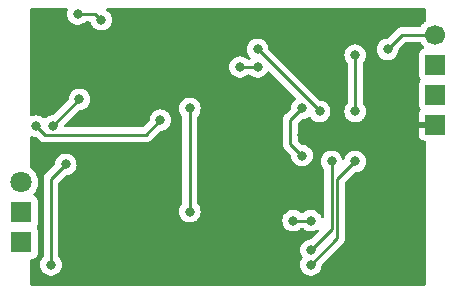
<source format=gbr>
%TF.GenerationSoftware,KiCad,Pcbnew,(6.0.7)*%
%TF.CreationDate,2023-04-11T10:27:19+03:00*%
%TF.ProjectId,ITR-3,4954522d-332e-46b6-9963-61645f706362,rev?*%
%TF.SameCoordinates,Original*%
%TF.FileFunction,Copper,L2,Bot*%
%TF.FilePolarity,Positive*%
%FSLAX46Y46*%
G04 Gerber Fmt 4.6, Leading zero omitted, Abs format (unit mm)*
G04 Created by KiCad (PCBNEW (6.0.7)) date 2023-04-11 10:27:19*
%MOMM*%
%LPD*%
G01*
G04 APERTURE LIST*
%TA.AperFunction,ComponentPad*%
%ADD10R,1.700000X1.700000*%
%TD*%
%TA.AperFunction,ComponentPad*%
%ADD11C,1.700000*%
%TD*%
%TA.AperFunction,ComponentPad*%
%ADD12C,1.800000*%
%TD*%
%TA.AperFunction,ComponentPad*%
%ADD13R,1.800000X1.800000*%
%TD*%
%TA.AperFunction,ViaPad*%
%ADD14C,0.800000*%
%TD*%
%TA.AperFunction,Conductor*%
%ADD15C,0.250000*%
%TD*%
G04 APERTURE END LIST*
D10*
%TO.P,X1,4,4*%
%TO.N,GND*%
X87500000Y-85620000D03*
%TO.P,X1,3,3*%
%TO.N,/RSA*%
X87500000Y-83080000D03*
%TO.P,X1,2,2*%
%TO.N,/RSB*%
X87500000Y-80540000D03*
D11*
%TO.P,X1,1,1*%
%TO.N,5V*%
X87500000Y-78000000D03*
%TD*%
D12*
%TO.P,XP1,1A*%
%TO.N,/TX-OUT*%
X52500000Y-90500000D03*
D13*
%TO.P,XP1,2A*%
%TO.N,/RSEN*%
X52500000Y-93040000D03*
%TO.P,XP1,3A*%
%TO.N,/RX-IN*%
X52500000Y-95580000D03*
%TD*%
D14*
%TO.N,5V*%
X75500000Y-93750000D03*
X77000000Y-93750000D03*
X72500000Y-80750000D03*
X71000000Y-80750000D03*
%TO.N,AREF*%
X55000000Y-97500000D03*
X56250000Y-89000000D03*
%TO.N,5V*%
X57250000Y-76250000D03*
X83500000Y-79250000D03*
%TO.N,GND*%
X81500000Y-92750000D03*
X83750000Y-89750000D03*
X76250000Y-90750000D03*
X80500000Y-97750000D03*
X78500000Y-82500000D03*
X81000000Y-76750000D03*
X76250000Y-86500000D03*
X53750000Y-76750000D03*
X85000000Y-97750000D03*
X57500000Y-95500000D03*
X57500000Y-89000000D03*
%TO.N,/DA-A*%
X53750000Y-85750000D03*
X64250000Y-85250000D03*
%TO.N,/TX-OUT*%
X55155000Y-85732200D03*
X57405000Y-83482200D03*
%TO.N,Net-(R10-Pad2)*%
X66750000Y-93000000D03*
X66750000Y-84250000D03*
%TO.N,5V*%
X76250000Y-84250000D03*
X59250000Y-76750000D03*
X76250000Y-88250000D03*
%TO.N,Net-(DA2-Pad6)*%
X77000000Y-96250000D03*
X78750000Y-88750000D03*
%TO.N,Net-(DA2-Pad5)*%
X80750000Y-88750000D03*
X77000000Y-97500000D03*
%TO.N,/BUFB*%
X72500000Y-79250000D03*
X77750000Y-84500000D03*
%TO.N,/BUFA*%
X80750000Y-84500000D03*
X80750000Y-79750000D03*
%TD*%
D15*
%TO.N,5V*%
X84750000Y-78000000D02*
X87500000Y-78000000D01*
X84750000Y-78000000D02*
X83500000Y-79250000D01*
X58750000Y-76250000D02*
X59250000Y-76750000D01*
X57250000Y-76250000D02*
X58750000Y-76250000D01*
%TO.N,/BUFB*%
X72500000Y-79250000D02*
X77750000Y-84500000D01*
%TO.N,/BUFA*%
X80750000Y-84500000D02*
X80750000Y-79750000D01*
%TO.N,5V*%
X77000000Y-93750000D02*
X75500000Y-93750000D01*
%TO.N,Net-(DA2-Pad6)*%
X78750000Y-94500000D02*
X77000000Y-96250000D01*
X78750000Y-88750000D02*
X78750000Y-94500000D01*
%TO.N,Net-(DA2-Pad5)*%
X80750000Y-88750000D02*
X79250000Y-90250000D01*
X79250000Y-95250000D02*
X79250000Y-90250000D01*
X77000000Y-97500000D02*
X79250000Y-95250000D01*
%TO.N,5V*%
X76250000Y-84250000D02*
X75250000Y-85250000D01*
X75250000Y-87250000D02*
X75250000Y-85250000D01*
X76250000Y-88250000D02*
X75250000Y-87250000D01*
X72500000Y-80750000D02*
X71000000Y-80750000D01*
%TO.N,AREF*%
X55000000Y-90250000D02*
X55000000Y-97500000D01*
X55750000Y-89500000D02*
X55000000Y-90250000D01*
X56250000Y-89000000D02*
X55750000Y-89500000D01*
%TO.N,/DA-A*%
X63000000Y-86500000D02*
X64250000Y-85250000D01*
X54500000Y-86500000D02*
X63000000Y-86500000D01*
X53750000Y-85750000D02*
X54500000Y-86500000D01*
%TO.N,/TX-OUT*%
X55155000Y-85732200D02*
X57405000Y-83482200D01*
%TO.N,Net-(R10-Pad2)*%
X66750000Y-84250000D02*
X66750000Y-93000000D01*
%TD*%
%TA.AperFunction,Conductor*%
%TO.N,GND*%
G36*
X56351904Y-75770002D02*
G01*
X56398397Y-75823658D01*
X56408501Y-75893932D01*
X56403616Y-75914935D01*
X56356458Y-76060072D01*
X56336496Y-76250000D01*
X56356458Y-76439928D01*
X56415473Y-76621556D01*
X56418776Y-76627278D01*
X56418777Y-76627279D01*
X56445726Y-76673955D01*
X56510960Y-76786944D01*
X56638747Y-76928866D01*
X56793248Y-77041118D01*
X56799276Y-77043802D01*
X56799278Y-77043803D01*
X56959799Y-77115271D01*
X56967712Y-77118794D01*
X57059955Y-77138401D01*
X57148056Y-77157128D01*
X57148061Y-77157128D01*
X57154513Y-77158500D01*
X57345487Y-77158500D01*
X57351939Y-77157128D01*
X57351944Y-77157128D01*
X57440045Y-77138401D01*
X57532288Y-77118794D01*
X57540201Y-77115271D01*
X57700722Y-77043803D01*
X57700724Y-77043802D01*
X57706752Y-77041118D01*
X57784855Y-76984373D01*
X57855061Y-76933365D01*
X57861253Y-76928866D01*
X57865668Y-76923963D01*
X57870580Y-76919540D01*
X57871705Y-76920789D01*
X57925014Y-76887949D01*
X57958200Y-76883500D01*
X58246579Y-76883500D01*
X58314700Y-76903502D01*
X58361193Y-76957158D01*
X58366412Y-76970563D01*
X58415473Y-77121556D01*
X58418776Y-77127278D01*
X58418777Y-77127279D01*
X58436803Y-77158500D01*
X58510960Y-77286944D01*
X58515378Y-77291851D01*
X58515379Y-77291852D01*
X58590225Y-77374977D01*
X58638747Y-77428866D01*
X58699426Y-77472952D01*
X58784178Y-77534528D01*
X58793248Y-77541118D01*
X58799276Y-77543802D01*
X58799278Y-77543803D01*
X58961681Y-77616109D01*
X58967712Y-77618794D01*
X59061113Y-77638647D01*
X59148056Y-77657128D01*
X59148061Y-77657128D01*
X59154513Y-77658500D01*
X59345487Y-77658500D01*
X59351939Y-77657128D01*
X59351944Y-77657128D01*
X59438887Y-77638647D01*
X59532288Y-77618794D01*
X59538319Y-77616109D01*
X59700722Y-77543803D01*
X59700724Y-77543802D01*
X59706752Y-77541118D01*
X59715823Y-77534528D01*
X59800574Y-77472952D01*
X59861253Y-77428866D01*
X59909775Y-77374977D01*
X59984621Y-77291852D01*
X59984622Y-77291851D01*
X59989040Y-77286944D01*
X60063197Y-77158500D01*
X60081223Y-77127279D01*
X60081224Y-77127278D01*
X60084527Y-77121556D01*
X60143542Y-76939928D01*
X60147371Y-76903502D01*
X60162814Y-76756565D01*
X60163504Y-76750000D01*
X60156364Y-76682069D01*
X60144232Y-76566635D01*
X60144232Y-76566633D01*
X60143542Y-76560072D01*
X60084527Y-76378444D01*
X59989040Y-76213056D01*
X59861253Y-76071134D01*
X59732976Y-75977935D01*
X59689623Y-75921714D01*
X59683548Y-75850978D01*
X59716679Y-75788186D01*
X59778499Y-75753274D01*
X59807038Y-75750000D01*
X86624000Y-75750000D01*
X86692121Y-75770002D01*
X86738614Y-75823658D01*
X86750000Y-75876000D01*
X86750000Y-76801273D01*
X86729998Y-76869394D01*
X86699653Y-76902033D01*
X86608380Y-76970563D01*
X86594965Y-76980635D01*
X86591393Y-76984373D01*
X86454829Y-77127279D01*
X86440629Y-77142138D01*
X86437715Y-77146410D01*
X86437714Y-77146411D01*
X86325095Y-77311504D01*
X86270184Y-77356507D01*
X86221007Y-77366500D01*
X84828767Y-77366500D01*
X84817584Y-77365973D01*
X84810091Y-77364298D01*
X84802165Y-77364547D01*
X84802164Y-77364547D01*
X84742001Y-77366438D01*
X84738043Y-77366500D01*
X84710144Y-77366500D01*
X84706154Y-77367004D01*
X84694320Y-77367936D01*
X84650111Y-77369326D01*
X84642497Y-77371538D01*
X84642492Y-77371539D01*
X84630659Y-77374977D01*
X84611296Y-77378988D01*
X84591203Y-77381526D01*
X84583836Y-77384443D01*
X84583831Y-77384444D01*
X84550092Y-77397802D01*
X84538865Y-77401646D01*
X84496407Y-77413982D01*
X84489581Y-77418019D01*
X84478972Y-77424293D01*
X84461224Y-77432988D01*
X84442383Y-77440448D01*
X84435967Y-77445110D01*
X84435966Y-77445110D01*
X84406613Y-77466436D01*
X84396693Y-77472952D01*
X84365465Y-77491420D01*
X84365462Y-77491422D01*
X84358638Y-77495458D01*
X84344317Y-77509779D01*
X84329284Y-77522619D01*
X84312893Y-77534528D01*
X84307843Y-77540632D01*
X84307838Y-77540637D01*
X84284707Y-77568598D01*
X84276717Y-77577379D01*
X83549499Y-78304596D01*
X83487187Y-78338621D01*
X83460404Y-78341500D01*
X83404513Y-78341500D01*
X83398061Y-78342872D01*
X83398056Y-78342872D01*
X83311112Y-78361353D01*
X83217712Y-78381206D01*
X83211682Y-78383891D01*
X83211681Y-78383891D01*
X83049278Y-78456197D01*
X83049276Y-78456198D01*
X83043248Y-78458882D01*
X82888747Y-78571134D01*
X82884326Y-78576044D01*
X82884325Y-78576045D01*
X82770846Y-78702077D01*
X82760960Y-78713056D01*
X82757659Y-78718774D01*
X82686011Y-78842872D01*
X82665473Y-78878444D01*
X82606458Y-79060072D01*
X82605768Y-79066633D01*
X82605768Y-79066635D01*
X82592986Y-79188255D01*
X82586496Y-79250000D01*
X82606458Y-79439928D01*
X82665473Y-79621556D01*
X82760960Y-79786944D01*
X82888747Y-79928866D01*
X83043248Y-80041118D01*
X83049276Y-80043802D01*
X83049278Y-80043803D01*
X83130931Y-80080157D01*
X83217712Y-80118794D01*
X83311112Y-80138647D01*
X83398056Y-80157128D01*
X83398061Y-80157128D01*
X83404513Y-80158500D01*
X83595487Y-80158500D01*
X83601939Y-80157128D01*
X83601944Y-80157128D01*
X83688888Y-80138647D01*
X83782288Y-80118794D01*
X83869069Y-80080157D01*
X83950722Y-80043803D01*
X83950724Y-80043802D01*
X83956752Y-80041118D01*
X84111253Y-79928866D01*
X84239040Y-79786944D01*
X84334527Y-79621556D01*
X84393542Y-79439928D01*
X84410907Y-79274708D01*
X84437920Y-79209051D01*
X84447122Y-79198782D01*
X84975501Y-78670404D01*
X85037813Y-78636379D01*
X85064596Y-78633500D01*
X86224274Y-78633500D01*
X86292395Y-78653502D01*
X86331707Y-78693665D01*
X86399987Y-78805088D01*
X86546250Y-78973938D01*
X86550230Y-78977242D01*
X86554981Y-78981187D01*
X86594616Y-79040090D01*
X86596113Y-79111071D01*
X86558997Y-79171593D01*
X86518725Y-79196112D01*
X86473527Y-79213056D01*
X86403295Y-79239385D01*
X86286739Y-79326739D01*
X86199385Y-79443295D01*
X86148255Y-79579684D01*
X86141500Y-79641866D01*
X86141500Y-81438134D01*
X86148255Y-81500316D01*
X86199385Y-81636705D01*
X86272630Y-81734435D01*
X86297478Y-81800941D01*
X86282425Y-81870324D01*
X86272632Y-81885562D01*
X86199385Y-81983295D01*
X86148255Y-82119684D01*
X86141500Y-82181866D01*
X86141500Y-83978134D01*
X86148255Y-84040316D01*
X86199385Y-84176705D01*
X86204771Y-84183891D01*
X86272942Y-84274852D01*
X86297790Y-84341358D01*
X86282737Y-84410741D01*
X86272942Y-84425982D01*
X86205214Y-84516351D01*
X86196676Y-84531946D01*
X86151522Y-84652394D01*
X86147895Y-84667649D01*
X86142369Y-84718514D01*
X86142000Y-84725328D01*
X86142000Y-85347885D01*
X86146475Y-85363124D01*
X86147865Y-85364329D01*
X86155548Y-85366000D01*
X86750000Y-85366000D01*
X86750000Y-85874000D01*
X86160116Y-85874000D01*
X86144877Y-85878475D01*
X86143672Y-85879865D01*
X86142001Y-85887548D01*
X86142001Y-86514669D01*
X86142371Y-86521490D01*
X86147895Y-86572352D01*
X86151521Y-86587604D01*
X86196676Y-86708054D01*
X86205214Y-86723649D01*
X86281715Y-86825724D01*
X86294276Y-86838285D01*
X86396351Y-86914786D01*
X86411946Y-86923324D01*
X86532394Y-86968478D01*
X86547649Y-86972105D01*
X86598514Y-86977631D01*
X86605328Y-86978000D01*
X86624000Y-86978000D01*
X86692121Y-86998002D01*
X86738614Y-87051658D01*
X86750000Y-87104000D01*
X86750000Y-99124000D01*
X86729998Y-99192121D01*
X86676342Y-99238614D01*
X86624000Y-99250000D01*
X53376000Y-99250000D01*
X53307879Y-99229998D01*
X53261386Y-99176342D01*
X53250000Y-99124000D01*
X53250000Y-97500000D01*
X54086496Y-97500000D01*
X54106458Y-97689928D01*
X54165473Y-97871556D01*
X54260960Y-98036944D01*
X54388747Y-98178866D01*
X54543248Y-98291118D01*
X54549276Y-98293802D01*
X54549278Y-98293803D01*
X54711681Y-98366109D01*
X54717712Y-98368794D01*
X54811113Y-98388647D01*
X54898056Y-98407128D01*
X54898061Y-98407128D01*
X54904513Y-98408500D01*
X55095487Y-98408500D01*
X55101939Y-98407128D01*
X55101944Y-98407128D01*
X55188887Y-98388647D01*
X55282288Y-98368794D01*
X55288319Y-98366109D01*
X55450722Y-98293803D01*
X55450724Y-98293802D01*
X55456752Y-98291118D01*
X55611253Y-98178866D01*
X55739040Y-98036944D01*
X55834527Y-97871556D01*
X55893542Y-97689928D01*
X55913504Y-97500000D01*
X55893542Y-97310072D01*
X55834527Y-97128444D01*
X55826477Y-97114500D01*
X55753517Y-96988131D01*
X55739040Y-96963056D01*
X55665863Y-96881785D01*
X55635147Y-96817779D01*
X55633500Y-96797476D01*
X55633500Y-93000000D01*
X65836496Y-93000000D01*
X65837186Y-93006565D01*
X65844953Y-93080460D01*
X65856458Y-93189928D01*
X65915473Y-93371556D01*
X66010960Y-93536944D01*
X66015378Y-93541851D01*
X66015379Y-93541852D01*
X66134325Y-93673955D01*
X66138747Y-93678866D01*
X66293248Y-93791118D01*
X66299276Y-93793802D01*
X66299278Y-93793803D01*
X66461681Y-93866109D01*
X66467712Y-93868794D01*
X66561113Y-93888647D01*
X66648056Y-93907128D01*
X66648061Y-93907128D01*
X66654513Y-93908500D01*
X66845487Y-93908500D01*
X66851939Y-93907128D01*
X66851944Y-93907128D01*
X66938887Y-93888647D01*
X67032288Y-93868794D01*
X67038319Y-93866109D01*
X67200722Y-93793803D01*
X67200724Y-93793802D01*
X67206752Y-93791118D01*
X67263346Y-93750000D01*
X74586496Y-93750000D01*
X74587186Y-93756565D01*
X74603011Y-93907128D01*
X74606458Y-93939928D01*
X74665473Y-94121556D01*
X74760960Y-94286944D01*
X74765378Y-94291851D01*
X74765379Y-94291852D01*
X74851905Y-94387949D01*
X74888747Y-94428866D01*
X74894843Y-94433295D01*
X75002955Y-94511843D01*
X75043248Y-94541118D01*
X75049276Y-94543802D01*
X75049278Y-94543803D01*
X75211681Y-94616109D01*
X75217712Y-94618794D01*
X75311113Y-94638647D01*
X75398056Y-94657128D01*
X75398061Y-94657128D01*
X75404513Y-94658500D01*
X75595487Y-94658500D01*
X75601939Y-94657128D01*
X75601944Y-94657128D01*
X75688887Y-94638647D01*
X75782288Y-94618794D01*
X75788319Y-94616109D01*
X75950722Y-94543803D01*
X75950724Y-94543802D01*
X75956752Y-94541118D01*
X75997046Y-94511843D01*
X76105157Y-94433295D01*
X76111253Y-94428866D01*
X76115668Y-94423963D01*
X76120580Y-94419540D01*
X76121705Y-94420789D01*
X76175014Y-94387949D01*
X76208200Y-94383500D01*
X76291800Y-94383500D01*
X76359921Y-94403502D01*
X76379147Y-94419843D01*
X76379420Y-94419540D01*
X76384332Y-94423963D01*
X76388747Y-94428866D01*
X76394843Y-94433295D01*
X76502955Y-94511843D01*
X76543248Y-94541118D01*
X76549276Y-94543802D01*
X76549278Y-94543803D01*
X76711681Y-94616109D01*
X76717712Y-94618794D01*
X76811113Y-94638647D01*
X76898056Y-94657128D01*
X76898061Y-94657128D01*
X76904513Y-94658500D01*
X77095487Y-94658500D01*
X77101939Y-94657128D01*
X77101944Y-94657128D01*
X77188887Y-94638647D01*
X77282288Y-94618794D01*
X77288319Y-94616109D01*
X77450722Y-94543803D01*
X77450724Y-94543802D01*
X77456752Y-94541118D01*
X77464211Y-94535699D01*
X77465643Y-94535188D01*
X77467811Y-94533936D01*
X77468040Y-94534333D01*
X77531079Y-94511843D01*
X77600230Y-94527926D01*
X77649708Y-94578842D01*
X77663805Y-94648425D01*
X77638045Y-94714583D01*
X77627373Y-94726722D01*
X77049498Y-95304597D01*
X76987188Y-95338621D01*
X76960405Y-95341500D01*
X76904513Y-95341500D01*
X76898061Y-95342872D01*
X76898056Y-95342872D01*
X76811113Y-95361353D01*
X76717712Y-95381206D01*
X76711682Y-95383891D01*
X76711681Y-95383891D01*
X76549278Y-95456197D01*
X76549276Y-95456198D01*
X76543248Y-95458882D01*
X76388747Y-95571134D01*
X76384326Y-95576044D01*
X76384325Y-95576045D01*
X76307035Y-95661885D01*
X76260960Y-95713056D01*
X76165473Y-95878444D01*
X76106458Y-96060072D01*
X76086496Y-96250000D01*
X76106458Y-96439928D01*
X76165473Y-96621556D01*
X76260960Y-96786944D01*
X76265380Y-96791852D01*
X76269259Y-96797192D01*
X76267920Y-96798165D01*
X76295050Y-96854696D01*
X76286287Y-96925149D01*
X76268750Y-96952438D01*
X76269259Y-96952808D01*
X76265380Y-96958148D01*
X76260960Y-96963056D01*
X76246483Y-96988131D01*
X76173524Y-97114500D01*
X76165473Y-97128444D01*
X76106458Y-97310072D01*
X76086496Y-97500000D01*
X76106458Y-97689928D01*
X76165473Y-97871556D01*
X76260960Y-98036944D01*
X76388747Y-98178866D01*
X76543248Y-98291118D01*
X76549276Y-98293802D01*
X76549278Y-98293803D01*
X76711681Y-98366109D01*
X76717712Y-98368794D01*
X76811113Y-98388647D01*
X76898056Y-98407128D01*
X76898061Y-98407128D01*
X76904513Y-98408500D01*
X77095487Y-98408500D01*
X77101939Y-98407128D01*
X77101944Y-98407128D01*
X77188887Y-98388647D01*
X77282288Y-98368794D01*
X77288319Y-98366109D01*
X77450722Y-98293803D01*
X77450724Y-98293802D01*
X77456752Y-98291118D01*
X77611253Y-98178866D01*
X77739040Y-98036944D01*
X77834527Y-97871556D01*
X77893542Y-97689928D01*
X77910907Y-97524706D01*
X77937920Y-97459050D01*
X77947122Y-97448782D01*
X79642247Y-95753657D01*
X79650537Y-95746113D01*
X79657018Y-95742000D01*
X79678829Y-95718774D01*
X79703658Y-95692333D01*
X79706413Y-95689491D01*
X79726135Y-95669769D01*
X79728612Y-95666576D01*
X79736317Y-95657555D01*
X79761159Y-95631100D01*
X79766586Y-95625321D01*
X79770407Y-95618371D01*
X79776346Y-95607568D01*
X79787202Y-95591041D01*
X79794757Y-95581302D01*
X79794758Y-95581300D01*
X79799614Y-95575040D01*
X79817174Y-95534460D01*
X79822391Y-95523812D01*
X79839875Y-95492009D01*
X79839876Y-95492007D01*
X79843695Y-95485060D01*
X79848733Y-95465437D01*
X79855137Y-95446734D01*
X79860033Y-95435420D01*
X79860033Y-95435419D01*
X79863181Y-95428145D01*
X79864420Y-95420322D01*
X79864423Y-95420312D01*
X79870099Y-95384476D01*
X79872505Y-95372856D01*
X79881528Y-95337711D01*
X79881528Y-95337710D01*
X79883500Y-95330030D01*
X79883500Y-95309776D01*
X79885051Y-95290065D01*
X79886980Y-95277886D01*
X79888220Y-95270057D01*
X79884059Y-95226038D01*
X79883500Y-95214181D01*
X79883500Y-90564594D01*
X79903502Y-90496473D01*
X79920405Y-90475499D01*
X80700499Y-89695405D01*
X80762811Y-89661379D01*
X80789594Y-89658500D01*
X80845487Y-89658500D01*
X80851939Y-89657128D01*
X80851944Y-89657128D01*
X80943507Y-89637665D01*
X81032288Y-89618794D01*
X81050773Y-89610564D01*
X81200722Y-89543803D01*
X81200724Y-89543802D01*
X81206752Y-89541118D01*
X81361253Y-89428866D01*
X81489040Y-89286944D01*
X81563197Y-89158500D01*
X81581223Y-89127279D01*
X81581224Y-89127278D01*
X81584527Y-89121556D01*
X81643542Y-88939928D01*
X81656501Y-88816635D01*
X81662814Y-88756565D01*
X81663504Y-88750000D01*
X81648280Y-88605151D01*
X81644232Y-88566635D01*
X81644232Y-88566633D01*
X81643542Y-88560072D01*
X81584527Y-88378444D01*
X81489040Y-88213056D01*
X81361253Y-88071134D01*
X81206752Y-87958882D01*
X81200724Y-87956198D01*
X81200722Y-87956197D01*
X81038319Y-87883891D01*
X81038318Y-87883891D01*
X81032288Y-87881206D01*
X80938888Y-87861353D01*
X80851944Y-87842872D01*
X80851939Y-87842872D01*
X80845487Y-87841500D01*
X80654513Y-87841500D01*
X80648061Y-87842872D01*
X80648056Y-87842872D01*
X80561112Y-87861353D01*
X80467712Y-87881206D01*
X80461682Y-87883891D01*
X80461681Y-87883891D01*
X80299278Y-87956197D01*
X80299276Y-87956198D01*
X80293248Y-87958882D01*
X80138747Y-88071134D01*
X80010960Y-88213056D01*
X79915473Y-88378444D01*
X79889576Y-88458148D01*
X79869833Y-88518909D01*
X79829759Y-88577514D01*
X79764363Y-88605151D01*
X79694406Y-88593044D01*
X79642100Y-88545038D01*
X79630167Y-88518909D01*
X79610425Y-88458148D01*
X79584527Y-88378444D01*
X79489040Y-88213056D01*
X79361253Y-88071134D01*
X79206752Y-87958882D01*
X79200724Y-87956198D01*
X79200722Y-87956197D01*
X79038319Y-87883891D01*
X79038318Y-87883891D01*
X79032288Y-87881206D01*
X78938888Y-87861353D01*
X78851944Y-87842872D01*
X78851939Y-87842872D01*
X78845487Y-87841500D01*
X78654513Y-87841500D01*
X78648061Y-87842872D01*
X78648056Y-87842872D01*
X78561112Y-87861353D01*
X78467712Y-87881206D01*
X78461682Y-87883891D01*
X78461681Y-87883891D01*
X78299278Y-87956197D01*
X78299276Y-87956198D01*
X78293248Y-87958882D01*
X78138747Y-88071134D01*
X78010960Y-88213056D01*
X77915473Y-88378444D01*
X77856458Y-88560072D01*
X77855768Y-88566633D01*
X77855768Y-88566635D01*
X77851720Y-88605151D01*
X77836496Y-88750000D01*
X77837186Y-88756565D01*
X77843500Y-88816635D01*
X77856458Y-88939928D01*
X77915473Y-89121556D01*
X77918776Y-89127278D01*
X77918777Y-89127279D01*
X77936803Y-89158500D01*
X78010960Y-89286944D01*
X78084137Y-89368215D01*
X78114853Y-89432221D01*
X78116500Y-89452524D01*
X78116500Y-93450735D01*
X78096498Y-93518856D01*
X78042842Y-93565349D01*
X77972568Y-93575453D01*
X77907988Y-93545959D01*
X77870667Y-93489671D01*
X77836569Y-93384729D01*
X77834527Y-93378444D01*
X77739040Y-93213056D01*
X77718216Y-93189928D01*
X77615675Y-93076045D01*
X77615674Y-93076044D01*
X77611253Y-93071134D01*
X77456752Y-92958882D01*
X77450724Y-92956198D01*
X77450722Y-92956197D01*
X77288319Y-92883891D01*
X77288318Y-92883891D01*
X77282288Y-92881206D01*
X77188887Y-92861353D01*
X77101944Y-92842872D01*
X77101939Y-92842872D01*
X77095487Y-92841500D01*
X76904513Y-92841500D01*
X76898061Y-92842872D01*
X76898056Y-92842872D01*
X76811113Y-92861353D01*
X76717712Y-92881206D01*
X76711682Y-92883891D01*
X76711681Y-92883891D01*
X76549278Y-92956197D01*
X76549276Y-92956198D01*
X76543248Y-92958882D01*
X76388747Y-93071134D01*
X76384332Y-93076037D01*
X76379420Y-93080460D01*
X76378295Y-93079211D01*
X76324986Y-93112051D01*
X76291800Y-93116500D01*
X76208200Y-93116500D01*
X76140079Y-93096498D01*
X76120853Y-93080157D01*
X76120580Y-93080460D01*
X76115668Y-93076037D01*
X76111253Y-93071134D01*
X75956752Y-92958882D01*
X75950724Y-92956198D01*
X75950722Y-92956197D01*
X75788319Y-92883891D01*
X75788318Y-92883891D01*
X75782288Y-92881206D01*
X75688887Y-92861353D01*
X75601944Y-92842872D01*
X75601939Y-92842872D01*
X75595487Y-92841500D01*
X75404513Y-92841500D01*
X75398061Y-92842872D01*
X75398056Y-92842872D01*
X75311113Y-92861353D01*
X75217712Y-92881206D01*
X75211682Y-92883891D01*
X75211681Y-92883891D01*
X75049278Y-92956197D01*
X75049276Y-92956198D01*
X75043248Y-92958882D01*
X74888747Y-93071134D01*
X74884326Y-93076044D01*
X74884325Y-93076045D01*
X74781785Y-93189928D01*
X74760960Y-93213056D01*
X74665473Y-93378444D01*
X74606458Y-93560072D01*
X74605768Y-93566633D01*
X74605768Y-93566635D01*
X74593972Y-93678866D01*
X74586496Y-93750000D01*
X67263346Y-93750000D01*
X67361253Y-93678866D01*
X67365675Y-93673955D01*
X67484621Y-93541852D01*
X67484622Y-93541851D01*
X67489040Y-93536944D01*
X67584527Y-93371556D01*
X67643542Y-93189928D01*
X67655048Y-93080460D01*
X67662814Y-93006565D01*
X67663504Y-93000000D01*
X67651301Y-92883891D01*
X67644232Y-92816635D01*
X67644232Y-92816633D01*
X67643542Y-92810072D01*
X67584527Y-92628444D01*
X67489040Y-92463056D01*
X67415863Y-92381785D01*
X67385147Y-92317779D01*
X67383500Y-92297476D01*
X67383500Y-84952524D01*
X67403502Y-84884403D01*
X67415858Y-84868221D01*
X67489040Y-84786944D01*
X67584527Y-84621556D01*
X67643542Y-84439928D01*
X67648414Y-84393579D01*
X67662814Y-84256565D01*
X67663504Y-84250000D01*
X67656556Y-84183891D01*
X67644232Y-84066635D01*
X67644232Y-84066633D01*
X67643542Y-84060072D01*
X67584527Y-83878444D01*
X67489040Y-83713056D01*
X67361253Y-83571134D01*
X67238846Y-83482200D01*
X67212094Y-83462763D01*
X67212093Y-83462762D01*
X67206752Y-83458882D01*
X67200724Y-83456198D01*
X67200722Y-83456197D01*
X67038319Y-83383891D01*
X67038318Y-83383891D01*
X67032288Y-83381206D01*
X66938887Y-83361353D01*
X66851944Y-83342872D01*
X66851939Y-83342872D01*
X66845487Y-83341500D01*
X66654513Y-83341500D01*
X66648061Y-83342872D01*
X66648056Y-83342872D01*
X66561113Y-83361353D01*
X66467712Y-83381206D01*
X66461682Y-83383891D01*
X66461681Y-83383891D01*
X66299278Y-83456197D01*
X66299276Y-83456198D01*
X66293248Y-83458882D01*
X66287907Y-83462762D01*
X66287906Y-83462763D01*
X66261154Y-83482200D01*
X66138747Y-83571134D01*
X66010960Y-83713056D01*
X65915473Y-83878444D01*
X65856458Y-84060072D01*
X65855768Y-84066633D01*
X65855768Y-84066635D01*
X65843444Y-84183891D01*
X65836496Y-84250000D01*
X65837186Y-84256565D01*
X65851587Y-84393579D01*
X65856458Y-84439928D01*
X65915473Y-84621556D01*
X66010960Y-84786944D01*
X66084137Y-84868215D01*
X66114853Y-84932221D01*
X66116500Y-84952524D01*
X66116500Y-92297476D01*
X66096498Y-92365597D01*
X66084142Y-92381779D01*
X66010960Y-92463056D01*
X65915473Y-92628444D01*
X65856458Y-92810072D01*
X65855768Y-92816633D01*
X65855768Y-92816635D01*
X65848699Y-92883891D01*
X65836496Y-93000000D01*
X55633500Y-93000000D01*
X55633500Y-90564594D01*
X55653502Y-90496473D01*
X55670405Y-90475499D01*
X56200499Y-89945405D01*
X56262811Y-89911379D01*
X56289594Y-89908500D01*
X56345487Y-89908500D01*
X56351939Y-89907128D01*
X56351944Y-89907128D01*
X56438887Y-89888647D01*
X56532288Y-89868794D01*
X56538319Y-89866109D01*
X56700722Y-89793803D01*
X56700724Y-89793802D01*
X56706752Y-89791118D01*
X56757377Y-89754337D01*
X56838489Y-89695405D01*
X56861253Y-89678866D01*
X56989040Y-89536944D01*
X57084527Y-89371556D01*
X57143542Y-89189928D01*
X57146990Y-89157128D01*
X57162814Y-89006565D01*
X57163504Y-89000000D01*
X57157190Y-88939928D01*
X57144232Y-88816635D01*
X57144232Y-88816633D01*
X57143542Y-88810072D01*
X57084527Y-88628444D01*
X57055123Y-88577514D01*
X56992341Y-88468774D01*
X56989040Y-88463056D01*
X56968216Y-88439928D01*
X56865675Y-88326045D01*
X56865674Y-88326044D01*
X56861253Y-88321134D01*
X56706752Y-88208882D01*
X56700724Y-88206198D01*
X56700722Y-88206197D01*
X56538319Y-88133891D01*
X56538318Y-88133891D01*
X56532288Y-88131206D01*
X56438888Y-88111353D01*
X56351944Y-88092872D01*
X56351939Y-88092872D01*
X56345487Y-88091500D01*
X56154513Y-88091500D01*
X56148061Y-88092872D01*
X56148056Y-88092872D01*
X56061112Y-88111353D01*
X55967712Y-88131206D01*
X55961682Y-88133891D01*
X55961681Y-88133891D01*
X55799278Y-88206197D01*
X55799276Y-88206198D01*
X55793248Y-88208882D01*
X55638747Y-88321134D01*
X55634326Y-88326044D01*
X55634325Y-88326045D01*
X55531785Y-88439928D01*
X55510960Y-88463056D01*
X55507659Y-88468774D01*
X55444878Y-88577514D01*
X55415473Y-88628444D01*
X55356458Y-88810072D01*
X55355768Y-88816633D01*
X55355768Y-88816635D01*
X55339093Y-88975292D01*
X55312080Y-89040949D01*
X55302878Y-89051217D01*
X54607747Y-89746348D01*
X54599461Y-89753888D01*
X54592982Y-89758000D01*
X54587557Y-89763777D01*
X54546357Y-89807651D01*
X54543602Y-89810493D01*
X54523865Y-89830230D01*
X54521385Y-89833427D01*
X54513682Y-89842447D01*
X54483414Y-89874679D01*
X54479595Y-89881625D01*
X54479593Y-89881628D01*
X54473652Y-89892434D01*
X54462801Y-89908953D01*
X54450386Y-89924959D01*
X54447241Y-89932228D01*
X54447238Y-89932232D01*
X54432826Y-89965537D01*
X54427609Y-89976187D01*
X54406305Y-90014940D01*
X54404334Y-90022615D01*
X54404334Y-90022616D01*
X54401267Y-90034562D01*
X54394863Y-90053266D01*
X54386819Y-90071855D01*
X54385580Y-90079678D01*
X54385577Y-90079688D01*
X54379901Y-90115524D01*
X54377495Y-90127144D01*
X54366500Y-90169970D01*
X54366500Y-90190224D01*
X54364949Y-90209934D01*
X54361780Y-90229943D01*
X54362526Y-90237835D01*
X54365941Y-90273961D01*
X54366500Y-90285819D01*
X54366500Y-96797476D01*
X54346498Y-96865597D01*
X54334142Y-96881779D01*
X54260960Y-96963056D01*
X54246483Y-96988131D01*
X54173524Y-97114500D01*
X54165473Y-97128444D01*
X54106458Y-97310072D01*
X54086496Y-97500000D01*
X53250000Y-97500000D01*
X53250000Y-97114500D01*
X53270002Y-97046379D01*
X53323658Y-96999886D01*
X53376000Y-96988500D01*
X53448134Y-96988500D01*
X53510316Y-96981745D01*
X53646705Y-96930615D01*
X53763261Y-96843261D01*
X53850615Y-96726705D01*
X53901745Y-96590316D01*
X53908500Y-96528134D01*
X53908500Y-94631866D01*
X53901745Y-94569684D01*
X53850615Y-94433295D01*
X53814842Y-94385563D01*
X53789995Y-94319059D01*
X53805048Y-94249677D01*
X53814837Y-94234444D01*
X53850615Y-94186705D01*
X53901745Y-94050316D01*
X53908500Y-93988134D01*
X53908500Y-92091866D01*
X53901745Y-92029684D01*
X53850615Y-91893295D01*
X53763261Y-91776739D01*
X53646705Y-91689385D01*
X53638296Y-91686233D01*
X53638295Y-91686232D01*
X53579804Y-91664305D01*
X53523039Y-91621664D01*
X53498339Y-91555103D01*
X53513546Y-91485754D01*
X53535093Y-91457073D01*
X53572636Y-91419660D01*
X53572640Y-91419655D01*
X53576303Y-91416005D01*
X53711458Y-91227917D01*
X53814078Y-91020280D01*
X53881408Y-90798671D01*
X53911640Y-90569041D01*
X53913327Y-90500000D01*
X53907032Y-90423434D01*
X53894773Y-90274318D01*
X53894772Y-90274312D01*
X53894349Y-90269167D01*
X53855757Y-90115524D01*
X53839184Y-90049544D01*
X53839183Y-90049540D01*
X53837925Y-90044533D01*
X53835866Y-90039797D01*
X53747630Y-89836868D01*
X53747628Y-89836865D01*
X53745570Y-89832131D01*
X53619764Y-89637665D01*
X53463887Y-89466358D01*
X53459836Y-89463159D01*
X53459832Y-89463155D01*
X53297908Y-89335276D01*
X53256845Y-89277359D01*
X53250000Y-89236394D01*
X53250000Y-86715886D01*
X53270002Y-86647765D01*
X53323658Y-86601272D01*
X53393932Y-86591168D01*
X53427248Y-86600779D01*
X53461677Y-86616108D01*
X53461685Y-86616111D01*
X53467712Y-86618794D01*
X53561113Y-86638647D01*
X53648056Y-86657128D01*
X53648061Y-86657128D01*
X53654513Y-86658500D01*
X53710406Y-86658500D01*
X53778527Y-86678502D01*
X53799501Y-86695405D01*
X53996343Y-86892247D01*
X54003887Y-86900537D01*
X54008000Y-86907018D01*
X54013777Y-86912443D01*
X54057667Y-86953658D01*
X54060509Y-86956413D01*
X54080230Y-86976134D01*
X54083425Y-86978612D01*
X54092447Y-86986318D01*
X54124679Y-87016586D01*
X54131628Y-87020406D01*
X54142432Y-87026346D01*
X54158956Y-87037199D01*
X54174959Y-87049613D01*
X54215543Y-87067176D01*
X54226173Y-87072383D01*
X54264940Y-87093695D01*
X54272617Y-87095666D01*
X54272622Y-87095668D01*
X54284558Y-87098732D01*
X54303266Y-87105137D01*
X54321855Y-87113181D01*
X54329683Y-87114421D01*
X54329690Y-87114423D01*
X54365524Y-87120099D01*
X54377144Y-87122505D01*
X54408959Y-87130673D01*
X54419970Y-87133500D01*
X54440224Y-87133500D01*
X54459934Y-87135051D01*
X54479943Y-87138220D01*
X54487835Y-87137474D01*
X54506580Y-87135702D01*
X54523962Y-87134059D01*
X54535819Y-87133500D01*
X62921233Y-87133500D01*
X62932416Y-87134027D01*
X62939909Y-87135702D01*
X62947835Y-87135453D01*
X62947836Y-87135453D01*
X63007986Y-87133562D01*
X63011945Y-87133500D01*
X63039856Y-87133500D01*
X63043791Y-87133003D01*
X63043856Y-87132995D01*
X63055693Y-87132062D01*
X63087951Y-87131048D01*
X63091970Y-87130922D01*
X63099889Y-87130673D01*
X63119343Y-87125021D01*
X63138700Y-87121013D01*
X63150930Y-87119468D01*
X63150931Y-87119468D01*
X63158797Y-87118474D01*
X63166168Y-87115555D01*
X63166170Y-87115555D01*
X63199912Y-87102196D01*
X63211142Y-87098351D01*
X63245983Y-87088229D01*
X63245984Y-87088229D01*
X63253593Y-87086018D01*
X63260412Y-87081985D01*
X63260417Y-87081983D01*
X63271028Y-87075707D01*
X63288776Y-87067012D01*
X63307617Y-87059552D01*
X63318483Y-87051658D01*
X63343387Y-87033564D01*
X63353307Y-87027048D01*
X63384535Y-87008580D01*
X63384538Y-87008578D01*
X63391362Y-87004542D01*
X63405683Y-86990221D01*
X63420717Y-86977380D01*
X63422432Y-86976134D01*
X63437107Y-86965472D01*
X63442157Y-86959368D01*
X63442162Y-86959363D01*
X63465293Y-86931402D01*
X63473283Y-86922621D01*
X64200501Y-86195404D01*
X64262813Y-86161379D01*
X64289596Y-86158500D01*
X64345487Y-86158500D01*
X64351939Y-86157128D01*
X64351944Y-86157128D01*
X64438888Y-86138647D01*
X64532288Y-86118794D01*
X64538319Y-86116109D01*
X64700722Y-86043803D01*
X64700724Y-86043802D01*
X64706752Y-86041118D01*
X64861253Y-85928866D01*
X64920000Y-85863621D01*
X64984621Y-85791852D01*
X64984622Y-85791851D01*
X64989040Y-85786944D01*
X65084527Y-85621556D01*
X65143542Y-85439928D01*
X65146990Y-85407128D01*
X65162814Y-85256565D01*
X65163504Y-85250000D01*
X65155926Y-85177899D01*
X65144232Y-85066635D01*
X65144232Y-85066633D01*
X65143542Y-85060072D01*
X65084527Y-84878444D01*
X65063990Y-84842872D01*
X64992341Y-84718774D01*
X64989040Y-84713056D01*
X64968216Y-84689928D01*
X64865675Y-84576045D01*
X64865674Y-84576044D01*
X64861253Y-84571134D01*
X64706752Y-84458882D01*
X64700724Y-84456198D01*
X64700722Y-84456197D01*
X64538319Y-84383891D01*
X64538318Y-84383891D01*
X64532288Y-84381206D01*
X64438888Y-84361353D01*
X64351944Y-84342872D01*
X64351939Y-84342872D01*
X64345487Y-84341500D01*
X64154513Y-84341500D01*
X64148061Y-84342872D01*
X64148056Y-84342872D01*
X64061112Y-84361353D01*
X63967712Y-84381206D01*
X63961682Y-84383891D01*
X63961681Y-84383891D01*
X63799278Y-84456197D01*
X63799276Y-84456198D01*
X63793248Y-84458882D01*
X63638747Y-84571134D01*
X63634326Y-84576044D01*
X63634325Y-84576045D01*
X63531785Y-84689928D01*
X63510960Y-84713056D01*
X63507659Y-84718774D01*
X63436011Y-84842872D01*
X63415473Y-84878444D01*
X63356458Y-85060072D01*
X63355768Y-85066633D01*
X63355768Y-85066635D01*
X63339093Y-85225292D01*
X63312080Y-85290949D01*
X63302878Y-85301218D01*
X62774499Y-85829596D01*
X62712187Y-85863621D01*
X62685404Y-85866500D01*
X56220794Y-85866500D01*
X56152673Y-85846498D01*
X56106180Y-85792842D01*
X56096076Y-85722568D01*
X56125570Y-85657988D01*
X56131699Y-85651405D01*
X57355499Y-84427605D01*
X57417811Y-84393579D01*
X57444594Y-84390700D01*
X57500487Y-84390700D01*
X57506939Y-84389328D01*
X57506944Y-84389328D01*
X57593887Y-84370847D01*
X57687288Y-84350994D01*
X57693319Y-84348309D01*
X57855722Y-84276003D01*
X57855724Y-84276002D01*
X57861752Y-84273318D01*
X57884811Y-84256565D01*
X57984837Y-84183891D01*
X58016253Y-84161066D01*
X58144040Y-84019144D01*
X58239527Y-83853756D01*
X58298542Y-83672128D01*
X58318504Y-83482200D01*
X58310766Y-83408574D01*
X58299232Y-83298835D01*
X58299232Y-83298833D01*
X58298542Y-83292272D01*
X58239527Y-83110644D01*
X58144040Y-82945256D01*
X58016253Y-82803334D01*
X57861752Y-82691082D01*
X57855724Y-82688398D01*
X57855722Y-82688397D01*
X57693319Y-82616091D01*
X57693318Y-82616091D01*
X57687288Y-82613406D01*
X57593887Y-82593553D01*
X57506944Y-82575072D01*
X57506939Y-82575072D01*
X57500487Y-82573700D01*
X57309513Y-82573700D01*
X57303061Y-82575072D01*
X57303056Y-82575072D01*
X57216113Y-82593553D01*
X57122712Y-82613406D01*
X57116682Y-82616091D01*
X57116681Y-82616091D01*
X56954278Y-82688397D01*
X56954276Y-82688398D01*
X56948248Y-82691082D01*
X56793747Y-82803334D01*
X56665960Y-82945256D01*
X56570473Y-83110644D01*
X56511458Y-83292272D01*
X56510768Y-83298833D01*
X56510768Y-83298835D01*
X56494093Y-83457493D01*
X56467080Y-83523150D01*
X56457878Y-83533418D01*
X55204500Y-84786795D01*
X55142188Y-84820821D01*
X55115405Y-84823700D01*
X55059513Y-84823700D01*
X55053061Y-84825072D01*
X55053056Y-84825072D01*
X54975771Y-84841500D01*
X54872712Y-84863406D01*
X54866682Y-84866091D01*
X54866681Y-84866091D01*
X54704278Y-84938397D01*
X54704276Y-84938398D01*
X54698248Y-84941082D01*
X54692907Y-84944962D01*
X54692906Y-84944963D01*
X54574176Y-85031226D01*
X54543747Y-85053334D01*
X54539333Y-85058236D01*
X54539331Y-85058238D01*
X54537038Y-85060785D01*
X54535342Y-85061830D01*
X54534420Y-85062660D01*
X54534268Y-85062492D01*
X54476594Y-85098027D01*
X54405610Y-85096678D01*
X54361653Y-85071578D01*
X54361253Y-85071134D01*
X54352233Y-85064580D01*
X54212094Y-84962763D01*
X54212093Y-84962762D01*
X54206752Y-84958882D01*
X54200724Y-84956198D01*
X54200722Y-84956197D01*
X54038319Y-84883891D01*
X54038318Y-84883891D01*
X54032288Y-84881206D01*
X53938887Y-84861353D01*
X53851944Y-84842872D01*
X53851939Y-84842872D01*
X53845487Y-84841500D01*
X53654513Y-84841500D01*
X53648061Y-84842872D01*
X53648056Y-84842872D01*
X53561113Y-84861353D01*
X53467712Y-84881206D01*
X53461685Y-84883889D01*
X53461677Y-84883892D01*
X53427248Y-84899221D01*
X53356881Y-84908655D01*
X53292584Y-84878548D01*
X53254771Y-84818459D01*
X53250000Y-84784114D01*
X53250000Y-80750000D01*
X70086496Y-80750000D01*
X70106458Y-80939928D01*
X70165473Y-81121556D01*
X70260960Y-81286944D01*
X70388747Y-81428866D01*
X70543248Y-81541118D01*
X70549276Y-81543802D01*
X70549278Y-81543803D01*
X70711681Y-81616109D01*
X70717712Y-81618794D01*
X70801976Y-81636705D01*
X70898056Y-81657128D01*
X70898061Y-81657128D01*
X70904513Y-81658500D01*
X71095487Y-81658500D01*
X71101939Y-81657128D01*
X71101944Y-81657128D01*
X71198024Y-81636705D01*
X71282288Y-81618794D01*
X71288319Y-81616109D01*
X71450722Y-81543803D01*
X71450724Y-81543802D01*
X71456752Y-81541118D01*
X71611253Y-81428866D01*
X71615668Y-81423963D01*
X71620580Y-81419540D01*
X71621705Y-81420789D01*
X71675014Y-81387949D01*
X71708200Y-81383500D01*
X71791800Y-81383500D01*
X71859921Y-81403502D01*
X71879147Y-81419843D01*
X71879420Y-81419540D01*
X71884332Y-81423963D01*
X71888747Y-81428866D01*
X72043248Y-81541118D01*
X72049276Y-81543802D01*
X72049278Y-81543803D01*
X72211681Y-81616109D01*
X72217712Y-81618794D01*
X72301976Y-81636705D01*
X72398056Y-81657128D01*
X72398061Y-81657128D01*
X72404513Y-81658500D01*
X72595487Y-81658500D01*
X72601939Y-81657128D01*
X72601944Y-81657128D01*
X72698024Y-81636705D01*
X72782288Y-81618794D01*
X72788319Y-81616109D01*
X72950722Y-81543803D01*
X72950724Y-81543802D01*
X72956752Y-81541118D01*
X73111253Y-81428866D01*
X73239040Y-81286944D01*
X73304080Y-81174292D01*
X73355463Y-81125299D01*
X73425177Y-81111864D01*
X73491088Y-81138251D01*
X73502294Y-81148198D01*
X75700358Y-83346262D01*
X75734384Y-83408574D01*
X75729319Y-83479389D01*
X75685325Y-83537292D01*
X75644094Y-83567249D01*
X75638747Y-83571134D01*
X75510960Y-83713056D01*
X75415473Y-83878444D01*
X75356458Y-84060072D01*
X75355768Y-84066633D01*
X75355768Y-84066635D01*
X75339093Y-84225292D01*
X75312080Y-84290949D01*
X75302879Y-84301217D01*
X75072149Y-84531946D01*
X74857742Y-84746353D01*
X74849463Y-84753887D01*
X74842982Y-84758000D01*
X74821172Y-84781226D01*
X74796357Y-84807651D01*
X74793602Y-84810493D01*
X74773865Y-84830230D01*
X74771385Y-84833427D01*
X74763682Y-84842447D01*
X74733414Y-84874679D01*
X74729595Y-84881625D01*
X74729593Y-84881628D01*
X74723652Y-84892434D01*
X74712801Y-84908953D01*
X74700386Y-84924959D01*
X74697241Y-84932228D01*
X74697238Y-84932232D01*
X74682826Y-84965537D01*
X74677609Y-84976187D01*
X74656305Y-85014940D01*
X74654334Y-85022615D01*
X74654334Y-85022616D01*
X74651267Y-85034562D01*
X74644863Y-85053266D01*
X74642712Y-85058238D01*
X74636819Y-85071855D01*
X74635580Y-85079678D01*
X74635577Y-85079688D01*
X74629901Y-85115524D01*
X74627495Y-85127144D01*
X74616500Y-85169970D01*
X74616500Y-85190224D01*
X74614949Y-85209934D01*
X74611780Y-85229943D01*
X74612526Y-85237835D01*
X74615941Y-85273961D01*
X74616500Y-85285819D01*
X74616500Y-87171233D01*
X74615973Y-87182416D01*
X74614298Y-87189909D01*
X74614547Y-87197835D01*
X74614547Y-87197836D01*
X74616438Y-87257986D01*
X74616500Y-87261945D01*
X74616500Y-87289856D01*
X74616997Y-87293790D01*
X74616997Y-87293791D01*
X74617005Y-87293856D01*
X74617938Y-87305693D01*
X74619327Y-87349889D01*
X74624978Y-87369339D01*
X74628987Y-87388700D01*
X74631526Y-87408797D01*
X74634445Y-87416168D01*
X74634445Y-87416170D01*
X74647804Y-87449912D01*
X74651649Y-87461142D01*
X74663982Y-87503593D01*
X74668015Y-87510412D01*
X74668017Y-87510417D01*
X74674293Y-87521028D01*
X74682988Y-87538776D01*
X74690448Y-87557617D01*
X74695110Y-87564033D01*
X74695110Y-87564034D01*
X74716436Y-87593387D01*
X74722952Y-87603307D01*
X74745458Y-87641362D01*
X74759779Y-87655683D01*
X74772619Y-87670716D01*
X74784528Y-87687107D01*
X74790634Y-87692158D01*
X74818605Y-87715298D01*
X74827384Y-87723288D01*
X75302878Y-88198782D01*
X75336904Y-88261094D01*
X75339092Y-88274703D01*
X75356458Y-88439928D01*
X75415473Y-88621556D01*
X75510960Y-88786944D01*
X75515378Y-88791851D01*
X75515379Y-88791852D01*
X75537694Y-88816635D01*
X75638747Y-88928866D01*
X75793248Y-89041118D01*
X75799276Y-89043802D01*
X75799278Y-89043803D01*
X75959799Y-89115271D01*
X75967712Y-89118794D01*
X76037190Y-89133562D01*
X76148056Y-89157128D01*
X76148061Y-89157128D01*
X76154513Y-89158500D01*
X76345487Y-89158500D01*
X76351939Y-89157128D01*
X76351944Y-89157128D01*
X76462810Y-89133562D01*
X76532288Y-89118794D01*
X76540201Y-89115271D01*
X76700722Y-89043803D01*
X76700724Y-89043802D01*
X76706752Y-89041118D01*
X76861253Y-88928866D01*
X76962306Y-88816635D01*
X76984621Y-88791852D01*
X76984622Y-88791851D01*
X76989040Y-88786944D01*
X77084527Y-88621556D01*
X77143542Y-88439928D01*
X77155512Y-88326045D01*
X77162814Y-88256565D01*
X77163504Y-88250000D01*
X77151301Y-88133891D01*
X77144232Y-88066635D01*
X77144232Y-88066633D01*
X77143542Y-88060072D01*
X77084527Y-87878444D01*
X77063990Y-87842872D01*
X76992341Y-87718774D01*
X76989040Y-87713056D01*
X76970224Y-87692158D01*
X76865675Y-87576045D01*
X76865674Y-87576044D01*
X76861253Y-87571134D01*
X76706752Y-87458882D01*
X76700724Y-87456198D01*
X76700722Y-87456197D01*
X76538319Y-87383891D01*
X76538318Y-87383891D01*
X76532288Y-87381206D01*
X76420747Y-87357497D01*
X76351944Y-87342872D01*
X76351939Y-87342872D01*
X76345487Y-87341500D01*
X76289595Y-87341500D01*
X76221474Y-87321498D01*
X76200499Y-87304595D01*
X75920404Y-87024499D01*
X75886379Y-86962187D01*
X75883500Y-86935404D01*
X75883500Y-85564594D01*
X75903502Y-85496473D01*
X75920405Y-85475499D01*
X76200499Y-85195405D01*
X76262811Y-85161379D01*
X76289594Y-85158500D01*
X76345487Y-85158500D01*
X76351939Y-85157128D01*
X76351944Y-85157128D01*
X76438888Y-85138647D01*
X76532288Y-85118794D01*
X76620122Y-85079688D01*
X76700722Y-85043803D01*
X76700724Y-85043802D01*
X76706752Y-85041118D01*
X76809550Y-84966431D01*
X76876416Y-84942573D01*
X76945568Y-84958653D01*
X76992729Y-85005367D01*
X77010960Y-85036944D01*
X77015378Y-85041851D01*
X77015379Y-85041852D01*
X77092176Y-85127144D01*
X77138747Y-85178866D01*
X77198273Y-85222114D01*
X77285955Y-85285819D01*
X77293248Y-85291118D01*
X77299276Y-85293802D01*
X77299278Y-85293803D01*
X77461681Y-85366109D01*
X77467712Y-85368794D01*
X77561113Y-85388647D01*
X77648056Y-85407128D01*
X77648061Y-85407128D01*
X77654513Y-85408500D01*
X77845487Y-85408500D01*
X77851939Y-85407128D01*
X77851944Y-85407128D01*
X77938887Y-85388647D01*
X78032288Y-85368794D01*
X78038319Y-85366109D01*
X78200722Y-85293803D01*
X78200724Y-85293802D01*
X78206752Y-85291118D01*
X78214046Y-85285819D01*
X78301727Y-85222114D01*
X78361253Y-85178866D01*
X78407824Y-85127144D01*
X78484621Y-85041852D01*
X78484622Y-85041851D01*
X78489040Y-85036944D01*
X78577405Y-84883892D01*
X78581223Y-84877279D01*
X78581224Y-84877278D01*
X78584527Y-84871556D01*
X78643542Y-84689928D01*
X78655512Y-84576045D01*
X78662814Y-84506565D01*
X78663504Y-84500000D01*
X79836496Y-84500000D01*
X79837186Y-84506565D01*
X79844489Y-84576045D01*
X79856458Y-84689928D01*
X79915473Y-84871556D01*
X79918776Y-84877278D01*
X79918777Y-84877279D01*
X79922595Y-84883892D01*
X80010960Y-85036944D01*
X80015378Y-85041851D01*
X80015379Y-85041852D01*
X80092176Y-85127144D01*
X80138747Y-85178866D01*
X80198273Y-85222114D01*
X80285955Y-85285819D01*
X80293248Y-85291118D01*
X80299276Y-85293802D01*
X80299278Y-85293803D01*
X80461681Y-85366109D01*
X80467712Y-85368794D01*
X80561113Y-85388647D01*
X80648056Y-85407128D01*
X80648061Y-85407128D01*
X80654513Y-85408500D01*
X80845487Y-85408500D01*
X80851939Y-85407128D01*
X80851944Y-85407128D01*
X80938887Y-85388647D01*
X81032288Y-85368794D01*
X81038319Y-85366109D01*
X81200722Y-85293803D01*
X81200724Y-85293802D01*
X81206752Y-85291118D01*
X81214046Y-85285819D01*
X81301727Y-85222114D01*
X81361253Y-85178866D01*
X81407824Y-85127144D01*
X81484621Y-85041852D01*
X81484622Y-85041851D01*
X81489040Y-85036944D01*
X81577405Y-84883892D01*
X81581223Y-84877279D01*
X81581224Y-84877278D01*
X81584527Y-84871556D01*
X81643542Y-84689928D01*
X81655512Y-84576045D01*
X81662814Y-84506565D01*
X81663504Y-84500000D01*
X81657040Y-84438500D01*
X81644232Y-84316635D01*
X81644232Y-84316633D01*
X81643542Y-84310072D01*
X81584527Y-84128444D01*
X81489040Y-83963056D01*
X81415863Y-83881785D01*
X81385147Y-83817779D01*
X81383500Y-83797476D01*
X81383500Y-80452524D01*
X81403502Y-80384403D01*
X81415858Y-80368221D01*
X81489040Y-80286944D01*
X81563197Y-80158500D01*
X81581223Y-80127279D01*
X81581224Y-80127278D01*
X81584527Y-80121556D01*
X81643542Y-79939928D01*
X81663504Y-79750000D01*
X81643542Y-79560072D01*
X81584527Y-79378444D01*
X81489040Y-79213056D01*
X81397213Y-79111071D01*
X81365675Y-79076045D01*
X81365674Y-79076044D01*
X81361253Y-79071134D01*
X81206752Y-78958882D01*
X81200724Y-78956198D01*
X81200722Y-78956197D01*
X81038319Y-78883891D01*
X81038318Y-78883891D01*
X81032288Y-78881206D01*
X80938887Y-78861353D01*
X80851944Y-78842872D01*
X80851939Y-78842872D01*
X80845487Y-78841500D01*
X80654513Y-78841500D01*
X80648061Y-78842872D01*
X80648056Y-78842872D01*
X80561113Y-78861353D01*
X80467712Y-78881206D01*
X80461682Y-78883891D01*
X80461681Y-78883891D01*
X80299278Y-78956197D01*
X80299276Y-78956198D01*
X80293248Y-78958882D01*
X80138747Y-79071134D01*
X80134326Y-79076044D01*
X80134325Y-79076045D01*
X80102788Y-79111071D01*
X80010960Y-79213056D01*
X79915473Y-79378444D01*
X79856458Y-79560072D01*
X79836496Y-79750000D01*
X79856458Y-79939928D01*
X79915473Y-80121556D01*
X79918776Y-80127278D01*
X79918777Y-80127279D01*
X79936803Y-80158500D01*
X80010960Y-80286944D01*
X80084137Y-80368215D01*
X80114853Y-80432221D01*
X80116500Y-80452524D01*
X80116500Y-83797476D01*
X80096498Y-83865597D01*
X80084142Y-83881779D01*
X80010960Y-83963056D01*
X79915473Y-84128444D01*
X79856458Y-84310072D01*
X79855768Y-84316633D01*
X79855768Y-84316635D01*
X79842960Y-84438500D01*
X79836496Y-84500000D01*
X78663504Y-84500000D01*
X78657040Y-84438500D01*
X78644232Y-84316635D01*
X78644232Y-84316633D01*
X78643542Y-84310072D01*
X78584527Y-84128444D01*
X78489040Y-83963056D01*
X78361253Y-83821134D01*
X78206752Y-83708882D01*
X78200724Y-83706198D01*
X78200722Y-83706197D01*
X78038319Y-83633891D01*
X78038318Y-83633891D01*
X78032288Y-83631206D01*
X77938887Y-83611353D01*
X77851944Y-83592872D01*
X77851939Y-83592872D01*
X77845487Y-83591500D01*
X77789595Y-83591500D01*
X77721474Y-83571498D01*
X77700500Y-83554595D01*
X73447122Y-79301217D01*
X73413096Y-79238905D01*
X73410907Y-79225292D01*
X73394232Y-79066635D01*
X73394232Y-79066633D01*
X73393542Y-79060072D01*
X73334527Y-78878444D01*
X73313990Y-78842872D01*
X73242341Y-78718774D01*
X73239040Y-78713056D01*
X73229155Y-78702077D01*
X73115675Y-78576045D01*
X73115674Y-78576044D01*
X73111253Y-78571134D01*
X72956752Y-78458882D01*
X72950724Y-78456198D01*
X72950722Y-78456197D01*
X72788319Y-78383891D01*
X72788318Y-78383891D01*
X72782288Y-78381206D01*
X72688888Y-78361353D01*
X72601944Y-78342872D01*
X72601939Y-78342872D01*
X72595487Y-78341500D01*
X72404513Y-78341500D01*
X72398061Y-78342872D01*
X72398056Y-78342872D01*
X72311112Y-78361353D01*
X72217712Y-78381206D01*
X72211682Y-78383891D01*
X72211681Y-78383891D01*
X72049278Y-78456197D01*
X72049276Y-78456198D01*
X72043248Y-78458882D01*
X71888747Y-78571134D01*
X71884326Y-78576044D01*
X71884325Y-78576045D01*
X71770846Y-78702077D01*
X71760960Y-78713056D01*
X71757659Y-78718774D01*
X71686011Y-78842872D01*
X71665473Y-78878444D01*
X71606458Y-79060072D01*
X71605768Y-79066633D01*
X71605768Y-79066635D01*
X71592986Y-79188255D01*
X71586496Y-79250000D01*
X71606458Y-79439928D01*
X71665473Y-79621556D01*
X71760960Y-79786944D01*
X71765378Y-79791851D01*
X71765379Y-79791852D01*
X71868329Y-79906190D01*
X71899047Y-79970197D01*
X71890282Y-80040651D01*
X71844819Y-80095182D01*
X71774693Y-80116500D01*
X71708200Y-80116500D01*
X71640079Y-80096498D01*
X71620853Y-80080157D01*
X71620580Y-80080460D01*
X71615668Y-80076037D01*
X71611253Y-80071134D01*
X71456752Y-79958882D01*
X71450724Y-79956198D01*
X71450722Y-79956197D01*
X71288319Y-79883891D01*
X71288318Y-79883891D01*
X71282288Y-79881206D01*
X71188887Y-79861353D01*
X71101944Y-79842872D01*
X71101939Y-79842872D01*
X71095487Y-79841500D01*
X70904513Y-79841500D01*
X70898061Y-79842872D01*
X70898056Y-79842872D01*
X70811113Y-79861353D01*
X70717712Y-79881206D01*
X70711682Y-79883891D01*
X70711681Y-79883891D01*
X70549278Y-79956197D01*
X70549276Y-79956198D01*
X70543248Y-79958882D01*
X70388747Y-80071134D01*
X70260960Y-80213056D01*
X70165473Y-80378444D01*
X70106458Y-80560072D01*
X70086496Y-80750000D01*
X53250000Y-80750000D01*
X53250000Y-75876000D01*
X53270002Y-75807879D01*
X53323658Y-75761386D01*
X53376000Y-75750000D01*
X56283783Y-75750000D01*
X56351904Y-75770002D01*
G37*
%TD.AperFunction*%
%TD*%
M02*

</source>
